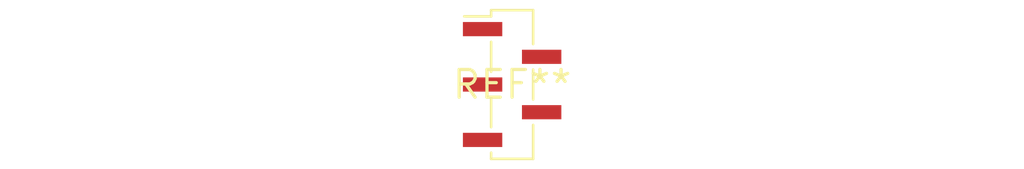
<source format=kicad_pcb>
(kicad_pcb (version 20240108) (generator pcbnew)
  (layers (0 "F.Cu" signal) (31 "B.Cu" signal) (34 "B.Paste" user) (35 "F.Paste" user) (36 "B.SilkS" user "B.Silkscreen") (37 "F.SilkS" user "F.Silkscreen") (38 "B.Mask" user) (39 "F.Mask" user) (44 "Edge.Cuts" user))
  (net 0 "")
  (footprint "PinSocket_1x05_P1.27mm_Vertical_SMD_Pin1Left" (layer "F.Cu") (at 0 0)
    (property "Reference" "REF**")
    (property "Value" "PinSocket_1x05_P1.27mm_Vertical_SMD_Pin1Left")
    (fp_line (start -2.19 -3.125) (end -0.96 -3.125) (layer "F.SilkS") (stroke (width 0.12)))
    (fp_line (start -0.96 -3.41) (end -0.96 -3.125) (layer "F.SilkS") (stroke (width 0.12)))
    (fp_line (start -0.96 -3.41) (end 0.96 -3.41) (layer "F.SilkS") (stroke (width 0.12)))
    (fp_line (start -0.96 -1.955) (end -0.96 -0.585) (layer "F.SilkS") (stroke (width 0.12)))
    (fp_line (start -0.96 0.585) (end -0.96 1.955) (layer "F.SilkS") (stroke (width 0.12)))
    (fp_line (start -0.96 3.125) (end -0.96 3.41) (layer "F.SilkS") (stroke (width 0.12)))
    (fp_line (start -0.96 3.41) (end 0.96 3.41) (layer "F.SilkS") (stroke (width 0.12)))
    (fp_line (start 0.96 -3.41) (end 0.96 -1.855) (layer "F.SilkS") (stroke (width 0.12)))
    (fp_line (start 0.96 -0.685) (end 0.96 0.685) (layer "F.SilkS") (stroke (width 0.12)))
    (fp_line (start 0.96 1.855) (end 0.96 3.41) (layer "F.SilkS") (stroke (width 0.12)))
    (pad "1" smd rect (at -1.35 -2.54) (size 1.8 0.65) (layers "F.Cu" "F.Paste" "F.Mask"))
    (pad "2" smd rect (at 1.35 -1.27) (size 1.8 0.65) (layers "F.Cu" "F.Paste" "F.Mask"))
    (pad "3" smd rect (at -1.35 0) (size 1.8 0.65) (layers "F.Cu" "F.Paste" "F.Mask"))
    (pad "4" smd rect (at 1.35 1.27) (size 1.8 0.65) (layers "F.Cu" "F.Paste" "F.Mask"))
    (pad "5" smd rect (at -1.35 2.54) (size 1.8 0.65) (layers "F.Cu" "F.Paste" "F.Mask"))
  )
)
</source>
